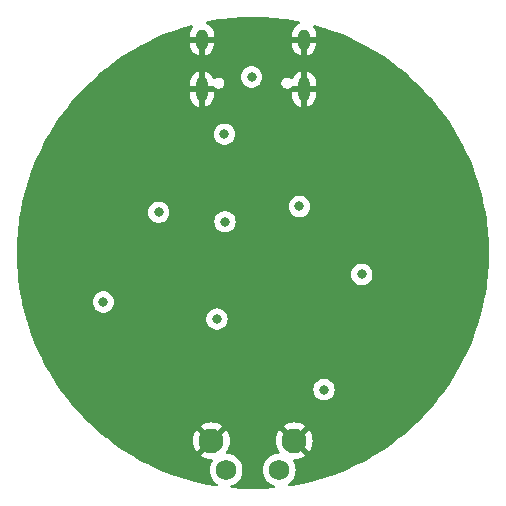
<source format=gbr>
%TF.GenerationSoftware,KiCad,Pcbnew,7.0.7*%
%TF.CreationDate,2023-10-09T00:15:42+08:00*%
%TF.ProjectId,RM_47mm,524d5f34-376d-46d2-9e6b-696361645f70,rev?*%
%TF.SameCoordinates,Original*%
%TF.FileFunction,Copper,L2,Inr*%
%TF.FilePolarity,Positive*%
%FSLAX46Y46*%
G04 Gerber Fmt 4.6, Leading zero omitted, Abs format (unit mm)*
G04 Created by KiCad (PCBNEW 7.0.7) date 2023-10-09 00:15:42*
%MOMM*%
%LPD*%
G01*
G04 APERTURE LIST*
%TA.AperFunction,ComponentPad*%
%ADD10O,1.000000X1.800000*%
%TD*%
%TA.AperFunction,ComponentPad*%
%ADD11O,1.000000X2.100000*%
%TD*%
%TA.AperFunction,ComponentPad*%
%ADD12C,2.100000*%
%TD*%
%TA.AperFunction,ComponentPad*%
%ADD13C,1.750000*%
%TD*%
%TA.AperFunction,ViaPad*%
%ADD14C,0.800000*%
%TD*%
G04 APERTURE END LIST*
D10*
%TO.N,Earth*%
%TO.C,J1*%
X145680000Y-81925000D03*
D11*
X145680000Y-86125000D03*
D10*
X154320000Y-81925000D03*
D11*
X154320000Y-86125000D03*
%TD*%
D12*
%TO.N,Earth*%
%TO.C,SW3*%
X146482909Y-115884152D03*
X153492909Y-115884152D03*
D13*
%TO.N,Net-(SW3-3)*%
X147732909Y-118374152D03*
%TO.N,/VCC_3V3*%
X152232909Y-118374152D03*
%TD*%
D14*
%TO.N,/VCC_3V3*%
X156014602Y-111564521D03*
X146945372Y-105591240D03*
X159213450Y-101805610D03*
X153932037Y-96057092D03*
X142018127Y-96551733D03*
X137330423Y-104140716D03*
X147629225Y-97348384D03*
%TO.N,Earth*%
X133597257Y-101877102D03*
X154297050Y-88284974D03*
X163388735Y-107365477D03*
X152248410Y-97319644D03*
X154905251Y-92074558D03*
X147459286Y-106959729D03*
X146043974Y-92040483D03*
X143942264Y-111435531D03*
X159539528Y-98368747D03*
X140513247Y-101468135D03*
%TO.N,/LED_IN*%
X147584501Y-89940150D03*
%TO.N,/VCC_5V*%
X149887261Y-85089147D03*
%TD*%
%TA.AperFunction,Conductor*%
%TO.N,Earth*%
G36*
X150807403Y-80018620D02*
G01*
X150986950Y-80026684D01*
X151703049Y-80074964D01*
X151882089Y-80091079D01*
X152595233Y-80171431D01*
X152595242Y-80171432D01*
X152773386Y-80195562D01*
X153407526Y-80296000D01*
X153482220Y-80307831D01*
X153517222Y-80314182D01*
X153659148Y-80339938D01*
X153865955Y-80382282D01*
X153927681Y-80415013D01*
X153961914Y-80475922D01*
X153957783Y-80545669D01*
X153916600Y-80602111D01*
X153884150Y-80620041D01*
X153877337Y-80622564D01*
X153877335Y-80622565D01*
X153704732Y-80730149D01*
X153557331Y-80870264D01*
X153557330Y-80870266D01*
X153441143Y-81037195D01*
X153360940Y-81224092D01*
X153320000Y-81423309D01*
X153320000Y-81675000D01*
X153896000Y-81675000D01*
X153963039Y-81694685D01*
X154008794Y-81747489D01*
X154020000Y-81799000D01*
X154020000Y-82051000D01*
X154000315Y-82118039D01*
X153947511Y-82163794D01*
X153896000Y-82175000D01*
X153320000Y-82175000D01*
X153320000Y-82375713D01*
X153335418Y-82527338D01*
X153396299Y-82721381D01*
X153396304Y-82721391D01*
X153495005Y-82899215D01*
X153495005Y-82899216D01*
X153627478Y-83053530D01*
X153627479Y-83053531D01*
X153788304Y-83178018D01*
X153970907Y-83267589D01*
X154070000Y-83293244D01*
X154070000Y-82729978D01*
X154089685Y-82662939D01*
X154142489Y-82617184D01*
X154211647Y-82607240D01*
X154227926Y-82610709D01*
X154291840Y-82628895D01*
X154403521Y-82618546D01*
X154403526Y-82618543D01*
X154412063Y-82616115D01*
X154481930Y-82616701D01*
X154540390Y-82654966D01*
X154568881Y-82718763D01*
X154570000Y-82735381D01*
X154570000Y-83298366D01*
X154571944Y-83298069D01*
X154571945Y-83298069D01*
X154762660Y-83227436D01*
X154762664Y-83227434D01*
X154935267Y-83119850D01*
X155082668Y-82979735D01*
X155082669Y-82979733D01*
X155198856Y-82812804D01*
X155279059Y-82625907D01*
X155320000Y-82426690D01*
X155320000Y-82175000D01*
X154744000Y-82175000D01*
X154676961Y-82155315D01*
X154631206Y-82102511D01*
X154620000Y-82051000D01*
X154620000Y-81799000D01*
X154639685Y-81731961D01*
X154692489Y-81686206D01*
X154744000Y-81675000D01*
X155320000Y-81675000D01*
X155320000Y-81474286D01*
X155304581Y-81322661D01*
X155243700Y-81128618D01*
X155243695Y-81128608D01*
X155144994Y-80950784D01*
X155099582Y-80897884D01*
X155070851Y-80834196D01*
X155081114Y-80765084D01*
X155127112Y-80712491D01*
X155194241Y-80693116D01*
X155223968Y-80696874D01*
X155233445Y-80699263D01*
X155406692Y-80747076D01*
X156028725Y-80933863D01*
X156094060Y-80953483D01*
X156265050Y-81009040D01*
X156942462Y-81246077D01*
X157110745Y-81309234D01*
X157776847Y-81576427D01*
X157942173Y-81647091D01*
X158276612Y-81799000D01*
X158595557Y-81943872D01*
X158595582Y-81943883D01*
X158757585Y-82021900D01*
X159397029Y-82347713D01*
X159449061Y-82375713D01*
X159555335Y-82432902D01*
X160179494Y-82787061D01*
X160333884Y-82879304D01*
X160941528Y-83261112D01*
X161091573Y-83360156D01*
X161681539Y-83768886D01*
X161826916Y-83874509D01*
X162397975Y-84309314D01*
X162538522Y-84421398D01*
X163089405Y-84881308D01*
X163224827Y-84999623D01*
X163754538Y-85483800D01*
X163884489Y-85608046D01*
X164391953Y-86115510D01*
X164516199Y-86245461D01*
X165000376Y-86775172D01*
X165118691Y-86910594D01*
X165204135Y-87012939D01*
X165530224Y-87403531D01*
X165578615Y-87461493D01*
X165690701Y-87602045D01*
X166125486Y-88173077D01*
X166231122Y-88318473D01*
X166639840Y-88908422D01*
X166738893Y-89058481D01*
X167120694Y-89666114D01*
X167212931Y-89820492D01*
X167567097Y-90444664D01*
X167652284Y-90602965D01*
X167753336Y-90801292D01*
X167978099Y-91242414D01*
X168056116Y-91404417D01*
X168352908Y-92057826D01*
X168423572Y-92223152D01*
X168690758Y-92889237D01*
X168753921Y-93057534D01*
X168990958Y-93734946D01*
X169046515Y-93905935D01*
X169252917Y-94593285D01*
X169300741Y-94766572D01*
X169476100Y-95462499D01*
X169490338Y-95524877D01*
X169516107Y-95637781D01*
X169660060Y-96340845D01*
X169692168Y-96517779D01*
X169804432Y-97226583D01*
X169828567Y-97404757D01*
X169908920Y-98117909D01*
X169925036Y-98296974D01*
X169973313Y-99013012D01*
X169981379Y-99192613D01*
X169999468Y-99998606D01*
X169999468Y-100001392D01*
X169981379Y-100807386D01*
X169973313Y-100986987D01*
X169925036Y-101703025D01*
X169908920Y-101882090D01*
X169828567Y-102595242D01*
X169804432Y-102773416D01*
X169692168Y-103482220D01*
X169660060Y-103659154D01*
X169516107Y-104362218D01*
X169482606Y-104509000D01*
X169476107Y-104537470D01*
X169427570Y-104730097D01*
X169300742Y-105233425D01*
X169252917Y-105406714D01*
X169046515Y-106094064D01*
X168990958Y-106265053D01*
X168753921Y-106942465D01*
X168690758Y-107110762D01*
X168423572Y-107776847D01*
X168352908Y-107942173D01*
X168056116Y-108595582D01*
X167978099Y-108757585D01*
X167652290Y-109397022D01*
X167567097Y-109555335D01*
X167212931Y-110179507D01*
X167120694Y-110333885D01*
X166738893Y-110941518D01*
X166639840Y-111091577D01*
X166231122Y-111681526D01*
X166125486Y-111826922D01*
X165690701Y-112397954D01*
X165578615Y-112538506D01*
X165118691Y-113089405D01*
X165000376Y-113224827D01*
X164516199Y-113754538D01*
X164391953Y-113884489D01*
X163884489Y-114391953D01*
X163754538Y-114516199D01*
X163224827Y-115000376D01*
X163089405Y-115118691D01*
X162538506Y-115578615D01*
X162397954Y-115690701D01*
X161826922Y-116125486D01*
X161681526Y-116231122D01*
X161091577Y-116639840D01*
X160941518Y-116738893D01*
X160333885Y-117120694D01*
X160179507Y-117212931D01*
X159555335Y-117567097D01*
X159397022Y-117652290D01*
X158757585Y-117978099D01*
X158595582Y-118056116D01*
X157942173Y-118352908D01*
X157776847Y-118423572D01*
X157110762Y-118690758D01*
X156942465Y-118753921D01*
X156265053Y-118990958D01*
X156094064Y-119046515D01*
X155406714Y-119252917D01*
X155233425Y-119300742D01*
X154537511Y-119476097D01*
X154431289Y-119500342D01*
X154362218Y-119516107D01*
X153659154Y-119660060D01*
X153482220Y-119692168D01*
X153073504Y-119756901D01*
X153004210Y-119747946D01*
X152950758Y-119702950D01*
X152930119Y-119636198D01*
X152948844Y-119568885D01*
X152983952Y-119533007D01*
X152983768Y-119532771D01*
X152985510Y-119531414D01*
X152986297Y-119530611D01*
X152987795Y-119529631D01*
X152987815Y-119529621D01*
X153167703Y-119389608D01*
X153322092Y-119221897D01*
X153446771Y-119031061D01*
X153538339Y-118822307D01*
X153594299Y-118601328D01*
X153613123Y-118374152D01*
X153613123Y-118374145D01*
X153594300Y-118146983D01*
X153594298Y-118146972D01*
X153538339Y-117925996D01*
X153446772Y-117717246D01*
X153446771Y-117717243D01*
X153390272Y-117630765D01*
X153370086Y-117563877D01*
X153389266Y-117496691D01*
X153441724Y-117450541D01*
X153488125Y-117440264D01*
X153488052Y-117439327D01*
X153736128Y-117419803D01*
X153973366Y-117362848D01*
X154198770Y-117269483D01*
X154400851Y-117145646D01*
X153856143Y-116600939D01*
X153822658Y-116539616D01*
X153827642Y-116469925D01*
X153869513Y-116413991D01*
X153870858Y-116412999D01*
X153941401Y-116361747D01*
X154027780Y-116257332D01*
X154085677Y-116218226D01*
X154155529Y-116216630D01*
X154211003Y-116248693D01*
X154754403Y-116792094D01*
X154878240Y-116590013D01*
X154971605Y-116364609D01*
X155028560Y-116127371D01*
X155047701Y-115884152D01*
X155028560Y-115640932D01*
X154971605Y-115403694D01*
X154878240Y-115178290D01*
X154754403Y-114976208D01*
X154210576Y-115520036D01*
X154149253Y-115553521D01*
X154079561Y-115548537D01*
X154023628Y-115506665D01*
X154018199Y-115498798D01*
X154016680Y-115496404D01*
X153997723Y-115466533D01*
X153933851Y-115406554D01*
X153878006Y-115354112D01*
X153874641Y-115351667D01*
X153872640Y-115349072D01*
X153872319Y-115348771D01*
X153872367Y-115348719D01*
X153831973Y-115296339D01*
X153825991Y-115226726D01*
X153858594Y-115164930D01*
X153859841Y-115163665D01*
X154400851Y-114622656D01*
X154198770Y-114498820D01*
X153973366Y-114405455D01*
X153736128Y-114348500D01*
X153736129Y-114348500D01*
X153492908Y-114329359D01*
X153249689Y-114348500D01*
X153012451Y-114405455D01*
X152787055Y-114498817D01*
X152787050Y-114498820D01*
X152584965Y-114622656D01*
X153129674Y-115167364D01*
X153163159Y-115228687D01*
X153158175Y-115298378D01*
X153116304Y-115354312D01*
X153114879Y-115355362D01*
X153044419Y-115406554D01*
X153044417Y-115406557D01*
X152958039Y-115510970D01*
X152900139Y-115550077D01*
X152830287Y-115551673D01*
X152774814Y-115519610D01*
X152231413Y-114976208D01*
X152107577Y-115178293D01*
X152107574Y-115178298D01*
X152014212Y-115403694D01*
X151957257Y-115640932D01*
X151938116Y-115884152D01*
X151957257Y-116127371D01*
X152014212Y-116364609D01*
X152107577Y-116590013D01*
X152235055Y-116798037D01*
X152237765Y-116801767D01*
X152261245Y-116867573D01*
X152245419Y-116935627D01*
X152195313Y-116984322D01*
X152137447Y-116998652D01*
X152118932Y-116998652D01*
X152073962Y-117006156D01*
X151894082Y-117036172D01*
X151678490Y-117110186D01*
X151678476Y-117110192D01*
X151478008Y-117218679D01*
X151477999Y-117218685D01*
X151298121Y-117358690D01*
X151298117Y-117358693D01*
X151143723Y-117526409D01*
X151019046Y-117717243D01*
X150927478Y-117925996D01*
X150871519Y-118146972D01*
X150871517Y-118146983D01*
X150852695Y-118374145D01*
X150852695Y-118374158D01*
X150871517Y-118601320D01*
X150871519Y-118601331D01*
X150927478Y-118822307D01*
X151019046Y-119031060D01*
X151143723Y-119221894D01*
X151298117Y-119389610D01*
X151298121Y-119389613D01*
X151437468Y-119498071D01*
X151478003Y-119529621D01*
X151478005Y-119529622D01*
X151478008Y-119529624D01*
X151594555Y-119592695D01*
X151678483Y-119638115D01*
X151722799Y-119653328D01*
X151796115Y-119678499D01*
X151853131Y-119718885D01*
X151879261Y-119783684D01*
X151866209Y-119852324D01*
X151818120Y-119903012D01*
X151766967Y-119919281D01*
X151703025Y-119925036D01*
X150986987Y-119973313D01*
X150807386Y-119981379D01*
X150089870Y-119997483D01*
X149910130Y-119997483D01*
X149192613Y-119981379D01*
X149013012Y-119973313D01*
X148296973Y-119925036D01*
X148205948Y-119916843D01*
X148140943Y-119891228D01*
X148100106Y-119834535D01*
X148096402Y-119764763D01*
X148131008Y-119704065D01*
X148176797Y-119676062D01*
X148287335Y-119638115D01*
X148487815Y-119529621D01*
X148667703Y-119389608D01*
X148822092Y-119221897D01*
X148946771Y-119031061D01*
X149038339Y-118822307D01*
X149094299Y-118601328D01*
X149113123Y-118374152D01*
X149113123Y-118374145D01*
X149094300Y-118146983D01*
X149094298Y-118146972D01*
X149038339Y-117925996D01*
X148946771Y-117717243D01*
X148822094Y-117526409D01*
X148667700Y-117358693D01*
X148667696Y-117358690D01*
X148487818Y-117218685D01*
X148487809Y-117218679D01*
X148287341Y-117110192D01*
X148287338Y-117110191D01*
X148287335Y-117110189D01*
X148287329Y-117110187D01*
X148287327Y-117110186D01*
X148071735Y-117036172D01*
X147903097Y-117008032D01*
X147846886Y-116998652D01*
X147838371Y-116998652D01*
X147771332Y-116978967D01*
X147725577Y-116926163D01*
X147715633Y-116857005D01*
X147738053Y-116801767D01*
X147740762Y-116798037D01*
X147868240Y-116590013D01*
X147961605Y-116364609D01*
X148018560Y-116127371D01*
X148037701Y-115884152D01*
X148018560Y-115640932D01*
X147961605Y-115403694D01*
X147868240Y-115178290D01*
X147744403Y-114976208D01*
X147200576Y-115520036D01*
X147139253Y-115553521D01*
X147069561Y-115548537D01*
X147013628Y-115506665D01*
X147008199Y-115498798D01*
X147006680Y-115496404D01*
X146987723Y-115466533D01*
X146923851Y-115406554D01*
X146868006Y-115354112D01*
X146864641Y-115351667D01*
X146862640Y-115349072D01*
X146862319Y-115348771D01*
X146862367Y-115348719D01*
X146821973Y-115296339D01*
X146815991Y-115226726D01*
X146848594Y-115164930D01*
X146849841Y-115163665D01*
X147390851Y-114622656D01*
X147188770Y-114498820D01*
X146963366Y-114405455D01*
X146726128Y-114348500D01*
X146726129Y-114348500D01*
X146482909Y-114329359D01*
X146239689Y-114348500D01*
X146002451Y-114405455D01*
X145777055Y-114498817D01*
X145777050Y-114498820D01*
X145574965Y-114622656D01*
X146119674Y-115167364D01*
X146153159Y-115228687D01*
X146148175Y-115298378D01*
X146106304Y-115354312D01*
X146104879Y-115355362D01*
X146034419Y-115406554D01*
X146034417Y-115406557D01*
X145948039Y-115510970D01*
X145890139Y-115550077D01*
X145820287Y-115551673D01*
X145764814Y-115519610D01*
X145221413Y-114976208D01*
X145097577Y-115178293D01*
X145097574Y-115178298D01*
X145004212Y-115403694D01*
X144947257Y-115640932D01*
X144928116Y-115884152D01*
X144947257Y-116127371D01*
X145004212Y-116364609D01*
X145097577Y-116590013D01*
X145221413Y-116792094D01*
X145765240Y-116248266D01*
X145826563Y-116214781D01*
X145896254Y-116219765D01*
X145952188Y-116261636D01*
X145957616Y-116269502D01*
X145978096Y-116301772D01*
X145978097Y-116301773D01*
X146097813Y-116414193D01*
X146101175Y-116416636D01*
X146103173Y-116419226D01*
X146103499Y-116419533D01*
X146103449Y-116419585D01*
X146143843Y-116471964D01*
X146149824Y-116541577D01*
X146117220Y-116603373D01*
X146115974Y-116604637D01*
X145574965Y-117145646D01*
X145777047Y-117269483D01*
X146002451Y-117362848D01*
X146239689Y-117419803D01*
X146239688Y-117419803D01*
X146481772Y-117438855D01*
X146547060Y-117463739D01*
X146588531Y-117519970D01*
X146593018Y-117589695D01*
X146575852Y-117630293D01*
X146519048Y-117717239D01*
X146427478Y-117925996D01*
X146371519Y-118146972D01*
X146371517Y-118146983D01*
X146352695Y-118374145D01*
X146352695Y-118374158D01*
X146371517Y-118601320D01*
X146371519Y-118601331D01*
X146427478Y-118822307D01*
X146519046Y-119031060D01*
X146643723Y-119221894D01*
X146798117Y-119389610D01*
X146798121Y-119389613D01*
X146977967Y-119529593D01*
X147018780Y-119586303D01*
X147022455Y-119656076D01*
X146987823Y-119716759D01*
X146925882Y-119749086D01*
X146882407Y-119749919D01*
X146517779Y-119692168D01*
X146340845Y-119660060D01*
X145637781Y-119516107D01*
X145617397Y-119511454D01*
X145462499Y-119476100D01*
X144766572Y-119300741D01*
X144593285Y-119252917D01*
X143905935Y-119046515D01*
X143734946Y-118990958D01*
X143057534Y-118753921D01*
X142889237Y-118690758D01*
X142223152Y-118423572D01*
X142057826Y-118352908D01*
X141404417Y-118056116D01*
X141242414Y-117978099D01*
X140602989Y-117652296D01*
X140558473Y-117628341D01*
X140444664Y-117567097D01*
X139820492Y-117212931D01*
X139666114Y-117120694D01*
X139058481Y-116738893D01*
X138908422Y-116639840D01*
X138318473Y-116231122D01*
X138298526Y-116216630D01*
X138173068Y-116125479D01*
X138122017Y-116086609D01*
X137602045Y-115690701D01*
X137539636Y-115640932D01*
X137461493Y-115578615D01*
X137228481Y-115384082D01*
X136910594Y-115118691D01*
X136775172Y-115000376D01*
X136245461Y-114516199D01*
X136115510Y-114391953D01*
X135608046Y-113884489D01*
X135483800Y-113754538D01*
X134999623Y-113224827D01*
X134881308Y-113089405D01*
X134421398Y-112538522D01*
X134309298Y-112397954D01*
X134079949Y-112096735D01*
X133874509Y-111826916D01*
X133768877Y-111681526D01*
X133687816Y-111564521D01*
X155109142Y-111564521D01*
X155128928Y-111752777D01*
X155128929Y-111752780D01*
X155187420Y-111932798D01*
X155187423Y-111932805D01*
X155282069Y-112096737D01*
X155408730Y-112237408D01*
X155408731Y-112237409D01*
X155561867Y-112348669D01*
X155561872Y-112348672D01*
X155734794Y-112425663D01*
X155734799Y-112425665D01*
X155919956Y-112465021D01*
X155919957Y-112465021D01*
X156109246Y-112465021D01*
X156109248Y-112465021D01*
X156294405Y-112425665D01*
X156467332Y-112348672D01*
X156620473Y-112237409D01*
X156747135Y-112096737D01*
X156841781Y-111932805D01*
X156900276Y-111752777D01*
X156920062Y-111564521D01*
X156900276Y-111376265D01*
X156841781Y-111196237D01*
X156747135Y-111032305D01*
X156620473Y-110891633D01*
X156620472Y-110891632D01*
X156467336Y-110780372D01*
X156467331Y-110780369D01*
X156294409Y-110703378D01*
X156294404Y-110703376D01*
X156148603Y-110672386D01*
X156109248Y-110664021D01*
X155919956Y-110664021D01*
X155887499Y-110670919D01*
X155734799Y-110703376D01*
X155734794Y-110703378D01*
X155561872Y-110780369D01*
X155561867Y-110780372D01*
X155408731Y-110891632D01*
X155282068Y-111032306D01*
X155187423Y-111196236D01*
X155187420Y-111196243D01*
X155128929Y-111376261D01*
X155128928Y-111376265D01*
X155109142Y-111564521D01*
X133687816Y-111564521D01*
X133360156Y-111091573D01*
X133261106Y-110941518D01*
X133159849Y-110780369D01*
X132879304Y-110333884D01*
X132787068Y-110179507D01*
X132432902Y-109555335D01*
X132403669Y-109501011D01*
X132347710Y-109397022D01*
X132021900Y-108757585D01*
X131943883Y-108595582D01*
X131647091Y-107942173D01*
X131576427Y-107776847D01*
X131309234Y-107110745D01*
X131246077Y-106942462D01*
X131009040Y-106265050D01*
X130953483Y-106094060D01*
X130913084Y-105959524D01*
X130802493Y-105591240D01*
X146039912Y-105591240D01*
X146059698Y-105779496D01*
X146059699Y-105779499D01*
X146118190Y-105959517D01*
X146118193Y-105959524D01*
X146212839Y-106123456D01*
X146339500Y-106264128D01*
X146339501Y-106264128D01*
X146492637Y-106375388D01*
X146492642Y-106375391D01*
X146665564Y-106452382D01*
X146665569Y-106452384D01*
X146850726Y-106491740D01*
X146850727Y-106491740D01*
X147040016Y-106491740D01*
X147040018Y-106491740D01*
X147225175Y-106452384D01*
X147398102Y-106375391D01*
X147551243Y-106264128D01*
X147677905Y-106123456D01*
X147772551Y-105959524D01*
X147831046Y-105779496D01*
X147850832Y-105591240D01*
X147831046Y-105402984D01*
X147772551Y-105222956D01*
X147677905Y-105059024D01*
X147551243Y-104918352D01*
X147551242Y-104918351D01*
X147398106Y-104807091D01*
X147398101Y-104807088D01*
X147225179Y-104730097D01*
X147225174Y-104730095D01*
X147079373Y-104699105D01*
X147040018Y-104690740D01*
X146850726Y-104690740D01*
X146818269Y-104697638D01*
X146665569Y-104730095D01*
X146665564Y-104730097D01*
X146492642Y-104807088D01*
X146492637Y-104807091D01*
X146339501Y-104918351D01*
X146212838Y-105059025D01*
X146118193Y-105222955D01*
X146118190Y-105222962D01*
X146085943Y-105322210D01*
X146059698Y-105402984D01*
X146039912Y-105591240D01*
X130802493Y-105591240D01*
X130747076Y-105406692D01*
X130699257Y-105233422D01*
X130523888Y-104537454D01*
X130483893Y-104362218D01*
X130438540Y-104140716D01*
X136424963Y-104140716D01*
X136444749Y-104328972D01*
X136444750Y-104328975D01*
X136503241Y-104508993D01*
X136503244Y-104509000D01*
X136597890Y-104672932D01*
X136649360Y-104730095D01*
X136724552Y-104813604D01*
X136877688Y-104924864D01*
X136877693Y-104924867D01*
X137050615Y-105001858D01*
X137050620Y-105001860D01*
X137235777Y-105041216D01*
X137235778Y-105041216D01*
X137425067Y-105041216D01*
X137425069Y-105041216D01*
X137610226Y-105001860D01*
X137783153Y-104924867D01*
X137936294Y-104813604D01*
X138062956Y-104672932D01*
X138157602Y-104509000D01*
X138216097Y-104328972D01*
X138235883Y-104140716D01*
X138216097Y-103952460D01*
X138157602Y-103772432D01*
X138062956Y-103608500D01*
X137936294Y-103467828D01*
X137936293Y-103467827D01*
X137783157Y-103356567D01*
X137783152Y-103356564D01*
X137610230Y-103279573D01*
X137610225Y-103279571D01*
X137464423Y-103248581D01*
X137425069Y-103240216D01*
X137235777Y-103240216D01*
X137203320Y-103247114D01*
X137050620Y-103279571D01*
X137050615Y-103279573D01*
X136877693Y-103356564D01*
X136877688Y-103356567D01*
X136724552Y-103467827D01*
X136597889Y-103608501D01*
X136503244Y-103772431D01*
X136503241Y-103772438D01*
X136444750Y-103952456D01*
X136444749Y-103952460D01*
X136424963Y-104140716D01*
X130438540Y-104140716D01*
X130339938Y-103659148D01*
X130307831Y-103482220D01*
X130195567Y-102773416D01*
X130171432Y-102595242D01*
X130142428Y-102337824D01*
X130091078Y-101882081D01*
X130084196Y-101805610D01*
X158307990Y-101805610D01*
X158327776Y-101993866D01*
X158327777Y-101993869D01*
X158386268Y-102173887D01*
X158386271Y-102173894D01*
X158480917Y-102337826D01*
X158607579Y-102478498D01*
X158760715Y-102589758D01*
X158760720Y-102589761D01*
X158933642Y-102666752D01*
X158933647Y-102666754D01*
X159118804Y-102706110D01*
X159118805Y-102706110D01*
X159308094Y-102706110D01*
X159308096Y-102706110D01*
X159493253Y-102666754D01*
X159666180Y-102589761D01*
X159819321Y-102478498D01*
X159945983Y-102337826D01*
X160040629Y-102173894D01*
X160099124Y-101993866D01*
X160118910Y-101805610D01*
X160099124Y-101617354D01*
X160040629Y-101437326D01*
X159945983Y-101273394D01*
X159819321Y-101132722D01*
X159819320Y-101132721D01*
X159666184Y-101021461D01*
X159666179Y-101021458D01*
X159493257Y-100944467D01*
X159493252Y-100944465D01*
X159347450Y-100913475D01*
X159308096Y-100905110D01*
X159118804Y-100905110D01*
X159086347Y-100912008D01*
X158933647Y-100944465D01*
X158933642Y-100944467D01*
X158760720Y-101021458D01*
X158760715Y-101021461D01*
X158607579Y-101132721D01*
X158480916Y-101273395D01*
X158386271Y-101437325D01*
X158386268Y-101437332D01*
X158327777Y-101617350D01*
X158327776Y-101617354D01*
X158318772Y-101703025D01*
X158309343Y-101792741D01*
X158307990Y-101805610D01*
X130084196Y-101805610D01*
X130074963Y-101703025D01*
X130069187Y-101617354D01*
X130026684Y-100986950D01*
X130018620Y-100807403D01*
X130002517Y-100089869D01*
X130002517Y-99910130D01*
X130018620Y-99192596D01*
X130026687Y-99013012D01*
X130074964Y-98296962D01*
X130082833Y-98209528D01*
X130091079Y-98117909D01*
X130171432Y-97404751D01*
X130179068Y-97348384D01*
X130195562Y-97226617D01*
X130302453Y-96551733D01*
X141112667Y-96551733D01*
X141132453Y-96739989D01*
X141132454Y-96739992D01*
X141190945Y-96920010D01*
X141190948Y-96920017D01*
X141285594Y-97083949D01*
X141354186Y-97160128D01*
X141412256Y-97224621D01*
X141565392Y-97335881D01*
X141565397Y-97335884D01*
X141738319Y-97412875D01*
X141738324Y-97412877D01*
X141923481Y-97452233D01*
X141923482Y-97452233D01*
X142112771Y-97452233D01*
X142112773Y-97452233D01*
X142297930Y-97412877D01*
X142442782Y-97348384D01*
X146723765Y-97348384D01*
X146743551Y-97536640D01*
X146743552Y-97536643D01*
X146802043Y-97716661D01*
X146802046Y-97716668D01*
X146896692Y-97880600D01*
X147023354Y-98021271D01*
X147023354Y-98021272D01*
X147176490Y-98132532D01*
X147176495Y-98132535D01*
X147349417Y-98209526D01*
X147349422Y-98209528D01*
X147534579Y-98248884D01*
X147534580Y-98248884D01*
X147723869Y-98248884D01*
X147723871Y-98248884D01*
X147909028Y-98209528D01*
X148081955Y-98132535D01*
X148235096Y-98021272D01*
X148361758Y-97880600D01*
X148456404Y-97716668D01*
X148514899Y-97536640D01*
X148534685Y-97348384D01*
X148514899Y-97160128D01*
X148456404Y-96980100D01*
X148361758Y-96816168D01*
X148235096Y-96675496D01*
X148235095Y-96675495D01*
X148081959Y-96564235D01*
X148081954Y-96564232D01*
X147909032Y-96487241D01*
X147909027Y-96487239D01*
X147763225Y-96456249D01*
X147723871Y-96447884D01*
X147534579Y-96447884D01*
X147502122Y-96454782D01*
X147349422Y-96487239D01*
X147349417Y-96487241D01*
X147176495Y-96564232D01*
X147176490Y-96564235D01*
X147023354Y-96675495D01*
X146896691Y-96816169D01*
X146802046Y-96980099D01*
X146802043Y-96980106D01*
X146768303Y-97083949D01*
X146743551Y-97160128D01*
X146723765Y-97348384D01*
X142442782Y-97348384D01*
X142470857Y-97335884D01*
X142623998Y-97224621D01*
X142750660Y-97083949D01*
X142845306Y-96920017D01*
X142903801Y-96739989D01*
X142923587Y-96551733D01*
X142903801Y-96363477D01*
X142845306Y-96183449D01*
X142772354Y-96057092D01*
X153026577Y-96057092D01*
X153046363Y-96245348D01*
X153046364Y-96245351D01*
X153104855Y-96425369D01*
X153104858Y-96425376D01*
X153199504Y-96589308D01*
X153326165Y-96729980D01*
X153326166Y-96729980D01*
X153479302Y-96841240D01*
X153479307Y-96841243D01*
X153652229Y-96918234D01*
X153652234Y-96918236D01*
X153837391Y-96957592D01*
X153837392Y-96957592D01*
X154026681Y-96957592D01*
X154026683Y-96957592D01*
X154211840Y-96918236D01*
X154384767Y-96841243D01*
X154537908Y-96729980D01*
X154664570Y-96589308D01*
X154759216Y-96425376D01*
X154817711Y-96245348D01*
X154837497Y-96057092D01*
X154817711Y-95868836D01*
X154759216Y-95688808D01*
X154664570Y-95524876D01*
X154537908Y-95384204D01*
X154537907Y-95384203D01*
X154384771Y-95272943D01*
X154384766Y-95272940D01*
X154211844Y-95195949D01*
X154211839Y-95195947D01*
X154066038Y-95164957D01*
X154026683Y-95156592D01*
X153837391Y-95156592D01*
X153804934Y-95163490D01*
X153652234Y-95195947D01*
X153652229Y-95195949D01*
X153479307Y-95272940D01*
X153479302Y-95272943D01*
X153326166Y-95384203D01*
X153199503Y-95524877D01*
X153104858Y-95688807D01*
X153104855Y-95688814D01*
X153046364Y-95868832D01*
X153046363Y-95868836D01*
X153026577Y-96057092D01*
X142772354Y-96057092D01*
X142750660Y-96019517D01*
X142623998Y-95878845D01*
X142610222Y-95868836D01*
X142470861Y-95767584D01*
X142470856Y-95767581D01*
X142297934Y-95690590D01*
X142297929Y-95690588D01*
X142152128Y-95659598D01*
X142112773Y-95651233D01*
X141923481Y-95651233D01*
X141891024Y-95658131D01*
X141738324Y-95690588D01*
X141738319Y-95690590D01*
X141565397Y-95767581D01*
X141565392Y-95767584D01*
X141412256Y-95878844D01*
X141285593Y-96019518D01*
X141190948Y-96183448D01*
X141190945Y-96183455D01*
X141132454Y-96363473D01*
X141132453Y-96363477D01*
X141112667Y-96551733D01*
X130302453Y-96551733D01*
X130307831Y-96517777D01*
X130320515Y-96447884D01*
X130339931Y-96340886D01*
X130483894Y-95637771D01*
X130523893Y-95462524D01*
X130699259Y-94766567D01*
X130747083Y-94593285D01*
X130953489Y-93905919D01*
X131009028Y-93734984D01*
X131246079Y-93057532D01*
X131309229Y-92889269D01*
X131576434Y-92223135D01*
X131647091Y-92057826D01*
X131943900Y-91404380D01*
X132021880Y-91242453D01*
X132347710Y-90602976D01*
X132432904Y-90444660D01*
X132719172Y-89940150D01*
X146679041Y-89940150D01*
X146698827Y-90128406D01*
X146698828Y-90128409D01*
X146757319Y-90308427D01*
X146757322Y-90308434D01*
X146851968Y-90472366D01*
X146894861Y-90520003D01*
X146978630Y-90613038D01*
X147131766Y-90724298D01*
X147131771Y-90724301D01*
X147304693Y-90801292D01*
X147304698Y-90801294D01*
X147489855Y-90840650D01*
X147489856Y-90840650D01*
X147679145Y-90840650D01*
X147679147Y-90840650D01*
X147864304Y-90801294D01*
X148037231Y-90724301D01*
X148190372Y-90613038D01*
X148317034Y-90472366D01*
X148411680Y-90308434D01*
X148470175Y-90128406D01*
X148489961Y-89940150D01*
X148470175Y-89751894D01*
X148411680Y-89571866D01*
X148317034Y-89407934D01*
X148190372Y-89267262D01*
X148190371Y-89267261D01*
X148037235Y-89156001D01*
X148037230Y-89155998D01*
X147864308Y-89079007D01*
X147864303Y-89079005D01*
X147718502Y-89048015D01*
X147679147Y-89039650D01*
X147489855Y-89039650D01*
X147457398Y-89046548D01*
X147304698Y-89079005D01*
X147304693Y-89079007D01*
X147131771Y-89155998D01*
X147131766Y-89156001D01*
X146978630Y-89267261D01*
X146851967Y-89407935D01*
X146757322Y-89571865D01*
X146757319Y-89571872D01*
X146698828Y-89751890D01*
X146698827Y-89751894D01*
X146679041Y-89940150D01*
X132719172Y-89940150D01*
X132787084Y-89820464D01*
X132879281Y-89666152D01*
X133261135Y-89058436D01*
X133360132Y-88908462D01*
X133768896Y-88318446D01*
X133874514Y-88173077D01*
X134309315Y-87602023D01*
X134421350Y-87461534D01*
X134881315Y-86910585D01*
X134999623Y-86775172D01*
X135039925Y-86731080D01*
X135044831Y-86725713D01*
X144680000Y-86725713D01*
X144695418Y-86877338D01*
X144756299Y-87071381D01*
X144756304Y-87071391D01*
X144855005Y-87249215D01*
X144855005Y-87249216D01*
X144987478Y-87403530D01*
X144987479Y-87403531D01*
X145148304Y-87528018D01*
X145330907Y-87617589D01*
X145430000Y-87643244D01*
X145430000Y-87079978D01*
X145449685Y-87012939D01*
X145502489Y-86967184D01*
X145571647Y-86957240D01*
X145587926Y-86960709D01*
X145651840Y-86978895D01*
X145763521Y-86968546D01*
X145763526Y-86968543D01*
X145772063Y-86966115D01*
X145841930Y-86966701D01*
X145900390Y-87004966D01*
X145928881Y-87068763D01*
X145930000Y-87085381D01*
X145930000Y-87648366D01*
X145931944Y-87648069D01*
X145931945Y-87648069D01*
X146122660Y-87577436D01*
X146122664Y-87577434D01*
X146295267Y-87469850D01*
X146442668Y-87329735D01*
X146442669Y-87329733D01*
X146558856Y-87162804D01*
X146639059Y-86975907D01*
X146680000Y-86776690D01*
X146680000Y-86375000D01*
X146104000Y-86375000D01*
X146036961Y-86355315D01*
X145991206Y-86302511D01*
X145980000Y-86251000D01*
X145980000Y-85999000D01*
X145999685Y-85931961D01*
X146052489Y-85886206D01*
X146104000Y-85875000D01*
X146651680Y-85875000D01*
X146718719Y-85894685D01*
X146745393Y-85917798D01*
X146746945Y-85919589D01*
X146850278Y-86009127D01*
X146850285Y-86009132D01*
X146947827Y-86053677D01*
X146974658Y-86065931D01*
X147075989Y-86080500D01*
X147075992Y-86080500D01*
X147144008Y-86080500D01*
X147144011Y-86080500D01*
X147245342Y-86065931D01*
X147369718Y-86009130D01*
X147473055Y-85919589D01*
X147546978Y-85804561D01*
X147585500Y-85673367D01*
X147585500Y-85536633D01*
X147546978Y-85405440D01*
X147546979Y-85405440D01*
X147473057Y-85290413D01*
X147473053Y-85290409D01*
X147369721Y-85200872D01*
X147369714Y-85200867D01*
X147245345Y-85144070D01*
X147245343Y-85144069D01*
X147245342Y-85144069D01*
X147245337Y-85144068D01*
X147245336Y-85144068D01*
X147144011Y-85129500D01*
X147075989Y-85129500D01*
X147075988Y-85129500D01*
X146974663Y-85144068D01*
X146974654Y-85144070D01*
X146850285Y-85200867D01*
X146850278Y-85200872D01*
X146804803Y-85240276D01*
X146741247Y-85269300D01*
X146672089Y-85259356D01*
X146619286Y-85213600D01*
X146605288Y-85183681D01*
X146603698Y-85178614D01*
X146603695Y-85178608D01*
X146554040Y-85089147D01*
X148981801Y-85089147D01*
X149001587Y-85277403D01*
X149001588Y-85277406D01*
X149060079Y-85457424D01*
X149060082Y-85457431D01*
X149154728Y-85621363D01*
X149201553Y-85673367D01*
X149281390Y-85762035D01*
X149434526Y-85873295D01*
X149434531Y-85873298D01*
X149607453Y-85950289D01*
X149607458Y-85950291D01*
X149792615Y-85989647D01*
X149792616Y-85989647D01*
X149981905Y-85989647D01*
X149981907Y-85989647D01*
X150167064Y-85950291D01*
X150339991Y-85873298D01*
X150493132Y-85762035D01*
X150572969Y-85673367D01*
X152414500Y-85673367D01*
X152453021Y-85804559D01*
X152453020Y-85804559D01*
X152526942Y-85919586D01*
X152526946Y-85919590D01*
X152630278Y-86009127D01*
X152630285Y-86009132D01*
X152727827Y-86053677D01*
X152754658Y-86065931D01*
X152855989Y-86080500D01*
X152855992Y-86080500D01*
X152924008Y-86080500D01*
X152924011Y-86080500D01*
X153025342Y-86065931D01*
X153149718Y-86009130D01*
X153253055Y-85919589D01*
X153253057Y-85919584D01*
X153254607Y-85917798D01*
X153256601Y-85916516D01*
X153259758Y-85913781D01*
X153260151Y-85914234D01*
X153313384Y-85880023D01*
X153348320Y-85875000D01*
X153896000Y-85875000D01*
X153963039Y-85894685D01*
X154008794Y-85947489D01*
X154020000Y-85999000D01*
X154020000Y-86251000D01*
X154000315Y-86318039D01*
X153947511Y-86363794D01*
X153896000Y-86375000D01*
X153320000Y-86375000D01*
X153320000Y-86725713D01*
X153335418Y-86877338D01*
X153396299Y-87071381D01*
X153396304Y-87071391D01*
X153495005Y-87249215D01*
X153495005Y-87249216D01*
X153627478Y-87403530D01*
X153627479Y-87403531D01*
X153788304Y-87528018D01*
X153970907Y-87617589D01*
X154070000Y-87643244D01*
X154070000Y-87079978D01*
X154089685Y-87012939D01*
X154142489Y-86967184D01*
X154211647Y-86957240D01*
X154227926Y-86960709D01*
X154291840Y-86978895D01*
X154403521Y-86968546D01*
X154403526Y-86968543D01*
X154412063Y-86966115D01*
X154481930Y-86966701D01*
X154540390Y-87004966D01*
X154568881Y-87068763D01*
X154570000Y-87085381D01*
X154570000Y-87648366D01*
X154571944Y-87648069D01*
X154571945Y-87648069D01*
X154762660Y-87577436D01*
X154762664Y-87577434D01*
X154935267Y-87469850D01*
X155082668Y-87329735D01*
X155082669Y-87329733D01*
X155198856Y-87162804D01*
X155279059Y-86975907D01*
X155320000Y-86776690D01*
X155320000Y-86375000D01*
X154744000Y-86375000D01*
X154676961Y-86355315D01*
X154631206Y-86302511D01*
X154620000Y-86251000D01*
X154620000Y-85999000D01*
X154639685Y-85931961D01*
X154692489Y-85886206D01*
X154744000Y-85875000D01*
X155320000Y-85875000D01*
X155320000Y-85524286D01*
X155304581Y-85372661D01*
X155243700Y-85178618D01*
X155243695Y-85178608D01*
X155144994Y-85000784D01*
X155144994Y-85000783D01*
X155012521Y-84846469D01*
X155012520Y-84846468D01*
X154851695Y-84721981D01*
X154669093Y-84632411D01*
X154570000Y-84606753D01*
X154570000Y-85170021D01*
X154550315Y-85237060D01*
X154497511Y-85282815D01*
X154428353Y-85292759D01*
X154412066Y-85289287D01*
X154348162Y-85271105D01*
X154348162Y-85271104D01*
X154236475Y-85281454D01*
X154227931Y-85283885D01*
X154158064Y-85283297D01*
X154099606Y-85245028D01*
X154071118Y-85181230D01*
X154070000Y-85164618D01*
X154070000Y-84601633D01*
X154068053Y-84601931D01*
X154068047Y-84601933D01*
X153877342Y-84672562D01*
X153877335Y-84672565D01*
X153704732Y-84780149D01*
X153557331Y-84920264D01*
X153557330Y-84920266D01*
X153441143Y-85087195D01*
X153393508Y-85198200D01*
X153348981Y-85252044D01*
X153282413Y-85273267D01*
X153214938Y-85255132D01*
X153198355Y-85243013D01*
X153149722Y-85200872D01*
X153149714Y-85200867D01*
X153025345Y-85144070D01*
X153025343Y-85144069D01*
X153025342Y-85144069D01*
X153025337Y-85144068D01*
X153025336Y-85144068D01*
X152924011Y-85129500D01*
X152855989Y-85129500D01*
X152855988Y-85129500D01*
X152754663Y-85144068D01*
X152754654Y-85144070D01*
X152630285Y-85200867D01*
X152630278Y-85200872D01*
X152526946Y-85290409D01*
X152526942Y-85290413D01*
X152453021Y-85405440D01*
X152414500Y-85536632D01*
X152414500Y-85673367D01*
X150572969Y-85673367D01*
X150619794Y-85621363D01*
X150714440Y-85457431D01*
X150772935Y-85277403D01*
X150792721Y-85089147D01*
X150772935Y-84900891D01*
X150714440Y-84720863D01*
X150619794Y-84556931D01*
X150493132Y-84416259D01*
X150493131Y-84416258D01*
X150339995Y-84304998D01*
X150339990Y-84304995D01*
X150167068Y-84228004D01*
X150167063Y-84228002D01*
X150021262Y-84197012D01*
X149981907Y-84188647D01*
X149792615Y-84188647D01*
X149760158Y-84195545D01*
X149607458Y-84228002D01*
X149607453Y-84228004D01*
X149434531Y-84304995D01*
X149434526Y-84304998D01*
X149281390Y-84416258D01*
X149154727Y-84556932D01*
X149060082Y-84720862D01*
X149060079Y-84720869D01*
X149007950Y-84881308D01*
X149001587Y-84900891D01*
X148981801Y-85089147D01*
X146554040Y-85089147D01*
X146504994Y-85000784D01*
X146504994Y-85000783D01*
X146372521Y-84846469D01*
X146372520Y-84846468D01*
X146211695Y-84721981D01*
X146029093Y-84632411D01*
X145930000Y-84606753D01*
X145930000Y-85170021D01*
X145910315Y-85237060D01*
X145857511Y-85282815D01*
X145788353Y-85292759D01*
X145772066Y-85289287D01*
X145708162Y-85271105D01*
X145708162Y-85271104D01*
X145596475Y-85281454D01*
X145587931Y-85283885D01*
X145518064Y-85283297D01*
X145459606Y-85245028D01*
X145431118Y-85181230D01*
X145430000Y-85164618D01*
X145430000Y-84601633D01*
X145428053Y-84601931D01*
X145428047Y-84601933D01*
X145237342Y-84672562D01*
X145237335Y-84672565D01*
X145064732Y-84780149D01*
X144917331Y-84920264D01*
X144917330Y-84920266D01*
X144801143Y-85087195D01*
X144720940Y-85274092D01*
X144680000Y-85473309D01*
X144680000Y-85875000D01*
X145256000Y-85875000D01*
X145323039Y-85894685D01*
X145368794Y-85947489D01*
X145380000Y-85999000D01*
X145380000Y-86251000D01*
X145360315Y-86318039D01*
X145307511Y-86363794D01*
X145256000Y-86375000D01*
X144680000Y-86375000D01*
X144680000Y-86725713D01*
X135044831Y-86725713D01*
X135483818Y-86245441D01*
X135608024Y-86115532D01*
X136115532Y-85608024D01*
X136245441Y-85483818D01*
X136775172Y-84999623D01*
X136866003Y-84920266D01*
X136910594Y-84881308D01*
X137461534Y-84421350D01*
X137602023Y-84309315D01*
X138173082Y-83874509D01*
X138318446Y-83768896D01*
X138908462Y-83360132D01*
X139058436Y-83261135D01*
X139666152Y-82879281D01*
X139820464Y-82787084D01*
X140444668Y-82432899D01*
X140456208Y-82426690D01*
X140602976Y-82347710D01*
X141242453Y-82021880D01*
X141404380Y-81943900D01*
X142057830Y-81647089D01*
X142223153Y-81576427D01*
X142889269Y-81309229D01*
X143057532Y-81246079D01*
X143734984Y-81009028D01*
X143905927Y-80953486D01*
X144593290Y-80747081D01*
X144766544Y-80699265D01*
X144772284Y-80697819D01*
X144842099Y-80700521D01*
X144899372Y-80740540D01*
X144925918Y-80805171D01*
X144913307Y-80873893D01*
X144904364Y-80888895D01*
X144801143Y-81037195D01*
X144720940Y-81224092D01*
X144680000Y-81423309D01*
X144680000Y-81675000D01*
X145256000Y-81675000D01*
X145323039Y-81694685D01*
X145368794Y-81747489D01*
X145380000Y-81799000D01*
X145380000Y-82051000D01*
X145360315Y-82118039D01*
X145307511Y-82163794D01*
X145256000Y-82175000D01*
X144680000Y-82175000D01*
X144680000Y-82375713D01*
X144695418Y-82527338D01*
X144756299Y-82721381D01*
X144756304Y-82721391D01*
X144855005Y-82899215D01*
X144855005Y-82899216D01*
X144987478Y-83053530D01*
X144987479Y-83053531D01*
X145148304Y-83178018D01*
X145330907Y-83267589D01*
X145430000Y-83293244D01*
X145430000Y-82729978D01*
X145449685Y-82662939D01*
X145502489Y-82617184D01*
X145571647Y-82607240D01*
X145587926Y-82610709D01*
X145651840Y-82628895D01*
X145763521Y-82618546D01*
X145763526Y-82618543D01*
X145772063Y-82616115D01*
X145841930Y-82616701D01*
X145900390Y-82654966D01*
X145928881Y-82718763D01*
X145930000Y-82735381D01*
X145930000Y-83298366D01*
X145931944Y-83298069D01*
X145931945Y-83298069D01*
X146122660Y-83227436D01*
X146122664Y-83227434D01*
X146295267Y-83119850D01*
X146442668Y-82979735D01*
X146442669Y-82979733D01*
X146558856Y-82812804D01*
X146639059Y-82625907D01*
X146680000Y-82426690D01*
X146680000Y-82175000D01*
X146104000Y-82175000D01*
X146036961Y-82155315D01*
X145991206Y-82102511D01*
X145980000Y-82051000D01*
X145980000Y-81799000D01*
X145999685Y-81731961D01*
X146052489Y-81686206D01*
X146104000Y-81675000D01*
X146680000Y-81675000D01*
X146680000Y-81474286D01*
X146664581Y-81322661D01*
X146603700Y-81128618D01*
X146603695Y-81128608D01*
X146504994Y-80950784D01*
X146504994Y-80950783D01*
X146372521Y-80796469D01*
X146372520Y-80796468D01*
X146211695Y-80671981D01*
X146098244Y-80616331D01*
X146046725Y-80569134D01*
X146028900Y-80501577D01*
X146050430Y-80435107D01*
X146104478Y-80390828D01*
X146127969Y-80383526D01*
X146340886Y-80339931D01*
X146517742Y-80307836D01*
X147226617Y-80195562D01*
X147404737Y-80171434D01*
X148117934Y-80091076D01*
X148296958Y-80074964D01*
X149013013Y-80026686D01*
X149192596Y-80018620D01*
X149910130Y-80002517D01*
X150089870Y-80002517D01*
X150807403Y-80018620D01*
G37*
%TD.AperFunction*%
%TD*%
M02*

</source>
